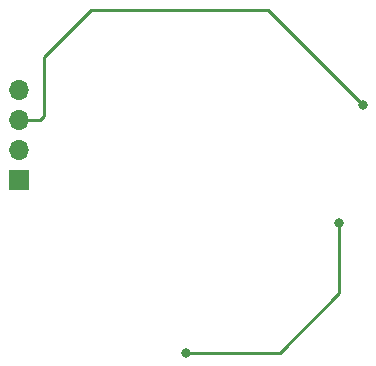
<source format=gbr>
%TF.GenerationSoftware,KiCad,Pcbnew,7.0.7*%
%TF.CreationDate,2023-11-29T00:44:13-05:00*%
%TF.ProjectId,GPS,4750532e-6b69-4636-9164-5f7063625858,rev?*%
%TF.SameCoordinates,Original*%
%TF.FileFunction,Copper,L2,Bot*%
%TF.FilePolarity,Positive*%
%FSLAX46Y46*%
G04 Gerber Fmt 4.6, Leading zero omitted, Abs format (unit mm)*
G04 Created by KiCad (PCBNEW 7.0.7) date 2023-11-29 00:44:13*
%MOMM*%
%LPD*%
G01*
G04 APERTURE LIST*
%TA.AperFunction,ComponentPad*%
%ADD10R,1.700000X1.700000*%
%TD*%
%TA.AperFunction,ComponentPad*%
%ADD11O,1.700000X1.700000*%
%TD*%
%TA.AperFunction,ViaPad*%
%ADD12C,0.800000*%
%TD*%
%TA.AperFunction,Conductor*%
%ADD13C,0.250000*%
%TD*%
G04 APERTURE END LIST*
D10*
%TO.P,J3,1,Pin_1*%
%TO.N,/SDA*%
X129900000Y-76400000D03*
D11*
%TO.P,J3,2,Pin_2*%
%TO.N,/SCL*%
X129900000Y-73860000D03*
%TO.P,J3,3,Pin_3*%
%TO.N,+3.3V*%
X129900000Y-71320000D03*
%TO.P,J3,4,Pin_4*%
%TO.N,GND*%
X129900000Y-68780000D03*
%TD*%
D12*
%TO.N,+3.3V*%
X159000000Y-70000000D03*
%TO.N,/BACKUP*%
X157000000Y-80000000D03*
X144000000Y-91000000D03*
%TD*%
D13*
%TO.N,+3.3V*%
X131680000Y-71320000D02*
X129900000Y-71320000D01*
X136000000Y-62000000D02*
X151000000Y-62000000D01*
X132000000Y-71000000D02*
X132000000Y-66000000D01*
X132000000Y-66000000D02*
X136000000Y-62000000D01*
X132000000Y-71000000D02*
X131680000Y-71320000D01*
X151000000Y-62000000D02*
X159000000Y-70000000D01*
%TO.N,/BACKUP*%
X157000000Y-80000000D02*
X157000000Y-86000000D01*
X152000000Y-91000000D02*
X144000000Y-91000000D01*
X157000000Y-86000000D02*
X152000000Y-91000000D01*
%TD*%
M02*

</source>
